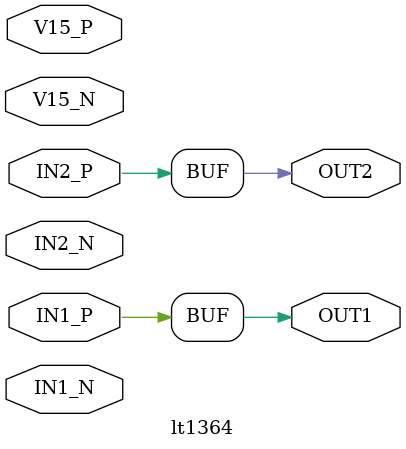
<source format=v>
/* 
 *  Created:  < wittich 25/09/95>
 *  Time-stamp: <95/10/10 11:12:27 wittich>
 *  filename: /tape/snopcb/snolib_fec32/ad827/verilog_lib/verilog.v
 *  
 *  Comments: yet another op-amp
 *
 *  Modification History:
 *  ------------------------------
 *  25/09/95          Created.
 *  10/10/95          changed to follow positve input.  ugh.
 */
 `timescale 1ns/1ns
 module lt1364(OUT1, IN1_N, IN1_P, V15_N, V15_P, OUT2, IN2_N, IN2_P);
   input IN1_N, IN1_P;
   input IN2_N, IN2_P;
   input V15_N, V15_P;
   output OUT1,OUT2;
   
   
   /* output follows negative input. */
   assign OUT1=IN1_P;
   assign OUT2=IN2_P;
   
endmodule /* ad827 */
   

</source>
